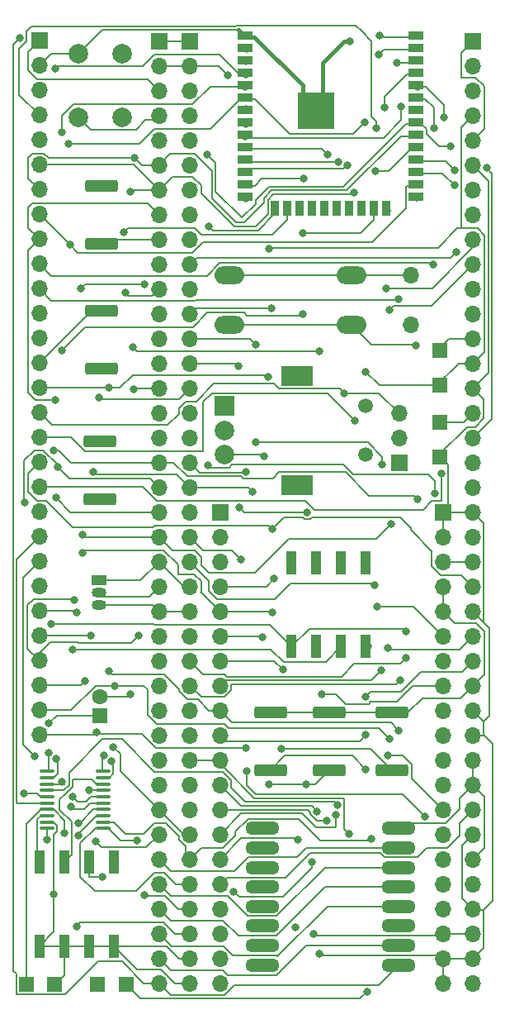
<source format=gtl>
G04 #@! TF.GenerationSoftware,KiCad,Pcbnew,7.0.7*
G04 #@! TF.CreationDate,2023-10-26T11:16:57-04:00*
G04 #@! TF.ProjectId,sensor_node,73656e73-6f72-45f6-9e6f-64652e6b6963,rev?*
G04 #@! TF.SameCoordinates,Original*
G04 #@! TF.FileFunction,Copper,L1,Top*
G04 #@! TF.FilePolarity,Positive*
%FSLAX46Y46*%
G04 Gerber Fmt 4.6, Leading zero omitted, Abs format (unit mm)*
G04 Created by KiCad (PCBNEW 7.0.7) date 2023-10-26 11:16:57*
%MOMM*%
%LPD*%
G01*
G04 APERTURE LIST*
G04 Aperture macros list*
%AMRoundRect*
0 Rectangle with rounded corners*
0 $1 Rounding radius*
0 $2 $3 $4 $5 $6 $7 $8 $9 X,Y pos of 4 corners*
0 Add a 4 corners polygon primitive as box body*
4,1,4,$2,$3,$4,$5,$6,$7,$8,$9,$2,$3,0*
0 Add four circle primitives for the rounded corners*
1,1,$1+$1,$2,$3*
1,1,$1+$1,$4,$5*
1,1,$1+$1,$6,$7*
1,1,$1+$1,$8,$9*
0 Add four rect primitives between the rounded corners*
20,1,$1+$1,$2,$3,$4,$5,0*
20,1,$1+$1,$4,$5,$6,$7,0*
20,1,$1+$1,$6,$7,$8,$9,0*
20,1,$1+$1,$8,$9,$2,$3,0*%
G04 Aperture macros list end*
G04 #@! TA.AperFunction,SMDPad,CuDef*
%ADD10RoundRect,0.250000X-1.425000X0.362500X-1.425000X-0.362500X1.425000X-0.362500X1.425000X0.362500X0*%
G04 #@! TD*
G04 #@! TA.AperFunction,ComponentPad*
%ADD11C,1.500000*%
G04 #@! TD*
G04 #@! TA.AperFunction,ComponentPad*
%ADD12R,2.000000X2.000000*%
G04 #@! TD*
G04 #@! TA.AperFunction,ComponentPad*
%ADD13C,2.000000*%
G04 #@! TD*
G04 #@! TA.AperFunction,ComponentPad*
%ADD14R,3.200000X2.000000*%
G04 #@! TD*
G04 #@! TA.AperFunction,ComponentPad*
%ADD15R,1.700000X1.700000*%
G04 #@! TD*
G04 #@! TA.AperFunction,ComponentPad*
%ADD16O,1.700000X1.700000*%
G04 #@! TD*
G04 #@! TA.AperFunction,ComponentPad*
%ADD17O,3.500000X1.350000*%
G04 #@! TD*
G04 #@! TA.AperFunction,SMDPad,CuDef*
%ADD18RoundRect,0.250000X1.425000X-0.362500X1.425000X0.362500X-1.425000X0.362500X-1.425000X-0.362500X0*%
G04 #@! TD*
G04 #@! TA.AperFunction,SMDPad,CuDef*
%ADD19RoundRect,0.100000X-0.637500X-0.100000X0.637500X-0.100000X0.637500X0.100000X-0.637500X0.100000X0*%
G04 #@! TD*
G04 #@! TA.AperFunction,SMDPad,CuDef*
%ADD20R,1.500000X0.900000*%
G04 #@! TD*
G04 #@! TA.AperFunction,SMDPad,CuDef*
%ADD21R,0.900000X1.500000*%
G04 #@! TD*
G04 #@! TA.AperFunction,SMDPad,CuDef*
%ADD22R,0.900000X0.900000*%
G04 #@! TD*
G04 #@! TA.AperFunction,HeatsinkPad*
%ADD23C,0.600000*%
G04 #@! TD*
G04 #@! TA.AperFunction,SMDPad,CuDef*
%ADD24R,3.800000X3.800000*%
G04 #@! TD*
G04 #@! TA.AperFunction,ComponentPad*
%ADD25R,1.600000X1.600000*%
G04 #@! TD*
G04 #@! TA.AperFunction,ComponentPad*
%ADD26C,1.600000*%
G04 #@! TD*
G04 #@! TA.AperFunction,SMDPad,CuDef*
%ADD27R,1.500000X1.500000*%
G04 #@! TD*
G04 #@! TA.AperFunction,SMDPad,CuDef*
%ADD28R,1.120000X2.440000*%
G04 #@! TD*
G04 #@! TA.AperFunction,ComponentPad*
%ADD29R,1.500000X1.050000*%
G04 #@! TD*
G04 #@! TA.AperFunction,ComponentPad*
%ADD30O,1.500000X1.050000*%
G04 #@! TD*
G04 #@! TA.AperFunction,ComponentPad*
%ADD31O,3.048000X1.850000*%
G04 #@! TD*
G04 #@! TA.AperFunction,ViaPad*
%ADD32C,0.800000*%
G04 #@! TD*
G04 #@! TA.AperFunction,Conductor*
%ADD33C,0.200000*%
G04 #@! TD*
G04 #@! TA.AperFunction,Conductor*
%ADD34C,0.150000*%
G04 #@! TD*
G04 #@! TA.AperFunction,Conductor*
%ADD35C,0.400000*%
G04 #@! TD*
G04 APERTURE END LIST*
D10*
X123222000Y-125038500D03*
X123222000Y-130963500D03*
D11*
X126982000Y-93676000D03*
X126982000Y-98676000D03*
D12*
X112482000Y-93676000D03*
D13*
X112482000Y-98676000D03*
X112482000Y-96176000D03*
D14*
X119982000Y-90576000D03*
X119982000Y-101776000D03*
D15*
X130407000Y-99526000D03*
D16*
X130407000Y-96986000D03*
X130407000Y-94446000D03*
D17*
X130382000Y-150951000D03*
X130382000Y-148951000D03*
X130382000Y-146951000D03*
X130382000Y-144951000D03*
X130382000Y-142951000D03*
X130382000Y-140951000D03*
X130382000Y-138951000D03*
X130382000Y-136951000D03*
X116388000Y-150951000D03*
X116388000Y-148951000D03*
X116388000Y-146951000D03*
X116388000Y-144951000D03*
X116388000Y-142951000D03*
X116388000Y-140951000D03*
X116388000Y-138951000D03*
X116388000Y-136951000D03*
D18*
X99682000Y-103226000D03*
X99682000Y-97301000D03*
D19*
X94319500Y-131101000D03*
X94319500Y-131751000D03*
X94319500Y-132401000D03*
X94319500Y-133051000D03*
X94319500Y-133701000D03*
X94319500Y-134351000D03*
X94319500Y-135001000D03*
X94319500Y-135651000D03*
X94319500Y-136301000D03*
X94319500Y-136951000D03*
X100044500Y-136951000D03*
X100044500Y-136301000D03*
X100044500Y-135651000D03*
X100044500Y-135001000D03*
X100044500Y-134351000D03*
X100044500Y-133701000D03*
X100044500Y-133051000D03*
X100044500Y-132401000D03*
X100044500Y-131751000D03*
X100044500Y-131101000D03*
D10*
X117222000Y-125038500D03*
X117222000Y-130963500D03*
D20*
X114652000Y-55700000D03*
X114652000Y-56970000D03*
X114652000Y-58240000D03*
X114652000Y-59510000D03*
X114652000Y-60780000D03*
X114652000Y-62050000D03*
X114652000Y-63320000D03*
X114652000Y-64590000D03*
X114652000Y-65860000D03*
X114652000Y-67130000D03*
X114652000Y-68400000D03*
X114652000Y-69670000D03*
X114652000Y-70940000D03*
X114652000Y-72210000D03*
D21*
X117692000Y-73460000D03*
X118962000Y-73460000D03*
X120232000Y-73460000D03*
X121502000Y-73460000D03*
X122772000Y-73460000D03*
X124042000Y-73460000D03*
X125312000Y-73460000D03*
X126582000Y-73460000D03*
X127852000Y-73460000D03*
X129122000Y-73460000D03*
D20*
X132152000Y-72210000D03*
X132152000Y-70940000D03*
X132152000Y-69670000D03*
X132152000Y-68400000D03*
X132152000Y-67130000D03*
X132152000Y-65860000D03*
X132152000Y-64590000D03*
X132152000Y-63320000D03*
X132152000Y-62050000D03*
X132152000Y-60780000D03*
X132152000Y-59510000D03*
X132152000Y-58240000D03*
X132152000Y-56970000D03*
X132152000Y-55700000D03*
D22*
X120502000Y-62020000D03*
D23*
X120502000Y-62720000D03*
D22*
X120502000Y-63420000D03*
D23*
X120502000Y-64120000D03*
D22*
X120502000Y-64820000D03*
D23*
X121202000Y-62020000D03*
X121202000Y-63420000D03*
X121202000Y-64820000D03*
X121877000Y-62720000D03*
X121877000Y-64120000D03*
D22*
X121902000Y-62020000D03*
X121902000Y-63420000D03*
D24*
X121902000Y-63420000D03*
D22*
X121902000Y-64820000D03*
D23*
X122602000Y-62020000D03*
X122602000Y-63420000D03*
X122602000Y-64820000D03*
D22*
X123302000Y-62020000D03*
D23*
X123302000Y-62720000D03*
D22*
X123302000Y-63420000D03*
D23*
X123302000Y-64120000D03*
D22*
X123302000Y-64820000D03*
D15*
X108957000Y-56326000D03*
D16*
X108957000Y-58866000D03*
X108957000Y-61406000D03*
X108957000Y-63946000D03*
X108957000Y-66486000D03*
X108957000Y-69026000D03*
X108957000Y-71566000D03*
X108957000Y-74106000D03*
X108957000Y-76646000D03*
X108957000Y-79186000D03*
X108957000Y-81726000D03*
X108957000Y-84266000D03*
X108957000Y-86806000D03*
X108957000Y-89346000D03*
X108957000Y-91886000D03*
X108957000Y-94426000D03*
X108957000Y-96966000D03*
X108957000Y-99506000D03*
X108957000Y-102046000D03*
X108957000Y-104586000D03*
X108957000Y-107126000D03*
X108957000Y-109666000D03*
X108957000Y-112206000D03*
X108957000Y-114746000D03*
X108957000Y-117286000D03*
X108957000Y-119826000D03*
X108957000Y-122366000D03*
X108957000Y-124906000D03*
X108957000Y-127446000D03*
X108957000Y-129986000D03*
X108957000Y-132526000D03*
X108957000Y-135066000D03*
X108957000Y-137606000D03*
X108957000Y-140146000D03*
X108957000Y-142686000D03*
X108957000Y-145226000D03*
X108957000Y-147766000D03*
X108957000Y-150306000D03*
X108957000Y-152846000D03*
D15*
X137982000Y-56326000D03*
D16*
X137982000Y-58866000D03*
X137982000Y-61406000D03*
X137982000Y-63946000D03*
X137982000Y-66486000D03*
X137982000Y-69026000D03*
X137982000Y-71566000D03*
X137982000Y-74106000D03*
X137982000Y-76646000D03*
X137982000Y-79186000D03*
X137982000Y-81726000D03*
X137982000Y-84266000D03*
X137982000Y-86806000D03*
X137982000Y-89346000D03*
X137982000Y-91886000D03*
X137982000Y-94426000D03*
X137982000Y-96966000D03*
X137982000Y-99506000D03*
X137982000Y-102046000D03*
X137982000Y-104586000D03*
X137982000Y-107126000D03*
X137982000Y-109666000D03*
X137982000Y-112206000D03*
X137982000Y-114746000D03*
X137982000Y-117286000D03*
X137982000Y-119826000D03*
X137982000Y-122366000D03*
X137982000Y-124906000D03*
X137982000Y-127446000D03*
X137982000Y-129986000D03*
X137982000Y-132526000D03*
X137982000Y-135066000D03*
X137982000Y-137606000D03*
X137982000Y-140146000D03*
X137982000Y-142686000D03*
X137982000Y-145226000D03*
X137982000Y-147766000D03*
X137982000Y-150306000D03*
X137982000Y-152846000D03*
D10*
X99882000Y-71163500D03*
X99882000Y-77088500D03*
D18*
X129722000Y-131013500D03*
X129722000Y-125088500D03*
D25*
X99732000Y-125431113D03*
D26*
X99732000Y-123431113D03*
D27*
X134600000Y-88026000D03*
D15*
X105782000Y-56300000D03*
D16*
X105782000Y-58840000D03*
X105782000Y-61380000D03*
X105782000Y-63920000D03*
X105782000Y-66460000D03*
X105782000Y-69000000D03*
X105782000Y-71540000D03*
X105782000Y-74080000D03*
X105782000Y-76620000D03*
X105782000Y-79160000D03*
X105782000Y-81700000D03*
X105782000Y-84240000D03*
X105782000Y-86780000D03*
X105782000Y-89320000D03*
X105782000Y-91860000D03*
X105782000Y-94400000D03*
X105782000Y-96940000D03*
X105782000Y-99480000D03*
X105782000Y-102020000D03*
X105782000Y-104560000D03*
X105782000Y-107100000D03*
X105782000Y-109640000D03*
X105782000Y-112180000D03*
X105782000Y-114720000D03*
X105782000Y-117260000D03*
X105782000Y-119800000D03*
X105782000Y-122340000D03*
X105782000Y-124880000D03*
X105782000Y-127420000D03*
X105782000Y-129960000D03*
X105782000Y-132500000D03*
X105782000Y-135040000D03*
X105782000Y-137580000D03*
X105782000Y-140120000D03*
X105782000Y-142660000D03*
X105782000Y-145200000D03*
X105782000Y-147740000D03*
X105782000Y-150280000D03*
X105782000Y-152820000D03*
D18*
X99882000Y-89888500D03*
X99882000Y-83963500D03*
D13*
X97532000Y-64076000D03*
X97532000Y-57576000D03*
X102032000Y-64076000D03*
X102032000Y-57576000D03*
D27*
X134600000Y-91576000D03*
D15*
X93500000Y-56276000D03*
D16*
X93500000Y-58816000D03*
X93500000Y-61356000D03*
X93500000Y-63896000D03*
X93500000Y-66436000D03*
X93500000Y-68976000D03*
X93500000Y-71516000D03*
X93500000Y-74056000D03*
X93500000Y-76596000D03*
X93500000Y-79136000D03*
X93500000Y-81676000D03*
X93500000Y-84216000D03*
X93500000Y-86756000D03*
X93500000Y-89296000D03*
X93500000Y-91836000D03*
X93500000Y-94376000D03*
X93500000Y-96916000D03*
X93500000Y-99456000D03*
X93500000Y-101996000D03*
X93500000Y-104536000D03*
X93500000Y-107076000D03*
X93500000Y-109616000D03*
X93500000Y-112156000D03*
X93500000Y-114696000D03*
X93500000Y-117236000D03*
X93500000Y-119776000D03*
X93500000Y-122316000D03*
X93500000Y-124856000D03*
X93500000Y-127396000D03*
D27*
X95082000Y-152926000D03*
X134600000Y-98876000D03*
D28*
X127002000Y-109726000D03*
X124462000Y-109726000D03*
X121922000Y-109726000D03*
X119382000Y-109726000D03*
X119382000Y-118336000D03*
X121922000Y-118336000D03*
X124462000Y-118336000D03*
X127002000Y-118336000D03*
D27*
X134600000Y-95326000D03*
D15*
X112047000Y-104566000D03*
D16*
X112047000Y-107106000D03*
X112047000Y-109646000D03*
X112047000Y-112186000D03*
X112047000Y-114726000D03*
X112047000Y-117266000D03*
X112047000Y-119806000D03*
X112047000Y-122346000D03*
X112047000Y-124886000D03*
X112047000Y-127426000D03*
X112047000Y-129966000D03*
X112047000Y-132506000D03*
X112047000Y-135046000D03*
X112047000Y-137586000D03*
X112047000Y-140126000D03*
X112047000Y-142666000D03*
X112047000Y-145206000D03*
X112047000Y-147746000D03*
X112047000Y-150286000D03*
X112047000Y-152826000D03*
D15*
X134907000Y-104566000D03*
D16*
X134907000Y-107106000D03*
X134907000Y-109646000D03*
X134907000Y-112186000D03*
X134907000Y-114726000D03*
X134907000Y-117266000D03*
X134907000Y-119806000D03*
X134907000Y-122346000D03*
X134907000Y-124886000D03*
X134907000Y-127426000D03*
X134907000Y-129966000D03*
X134907000Y-132506000D03*
X134907000Y-135046000D03*
X134907000Y-137586000D03*
X134907000Y-140126000D03*
X134907000Y-142666000D03*
X134907000Y-145206000D03*
X134907000Y-147746000D03*
X134907000Y-150286000D03*
X134907000Y-152826000D03*
D27*
X92182000Y-152926000D03*
D29*
X99600000Y-111560000D03*
D30*
X99600000Y-112830000D03*
X99600000Y-114100000D03*
D28*
X93490000Y-149031000D03*
X96030000Y-149031000D03*
X98570000Y-149031000D03*
X101110000Y-149031000D03*
X101110000Y-140421000D03*
X98570000Y-140421000D03*
X96030000Y-140421000D03*
X93490000Y-140421000D03*
D16*
X131622000Y-85366000D03*
X131622000Y-80286000D03*
D27*
X102382000Y-152926000D03*
X99482000Y-152926000D03*
D31*
X113032000Y-80326000D03*
X125532000Y-80326000D03*
X113032000Y-85326000D03*
X125532000Y-85326000D03*
D32*
X131099500Y-116800000D03*
X95400000Y-99900000D03*
X94700000Y-116000000D03*
X94500000Y-129200000D03*
X92000000Y-103600000D03*
X91500000Y-56000000D03*
X99882000Y-71163500D03*
X95000000Y-98200000D03*
X132300000Y-103200000D03*
X128100000Y-65200000D03*
X128000000Y-69600000D03*
X102800000Y-71700000D03*
X122500500Y-123200000D03*
X122200000Y-88100000D03*
X128300000Y-57700000D03*
X103100000Y-87665686D03*
X125800000Y-71800000D03*
X110838673Y-99761327D03*
X134100500Y-102600000D03*
X103302233Y-68281590D03*
X97900500Y-106900000D03*
X129300000Y-129500000D03*
X129600500Y-105799500D03*
X96622000Y-77178000D03*
X117222000Y-130963500D03*
X117382500Y-114800000D03*
X127000500Y-130900000D03*
X95100000Y-59100000D03*
X114700000Y-59700000D03*
X97900500Y-108700000D03*
X95800000Y-65600000D03*
X117100000Y-132400000D03*
X104300000Y-143800000D03*
X116399500Y-117400000D03*
X120900000Y-132400000D03*
X121500000Y-140400000D03*
X113459051Y-143440949D03*
X114652000Y-60946000D03*
X99882000Y-83963500D03*
X126900000Y-64600000D03*
X128600000Y-120799500D03*
X96500000Y-66800000D03*
X129100000Y-81600000D03*
X114700000Y-63300000D03*
X100600000Y-91836000D03*
X116982500Y-90700000D03*
X99682000Y-97301000D03*
X100600000Y-120800000D03*
X130400000Y-126900000D03*
X127200000Y-118300000D03*
X124100500Y-134600000D03*
X129439597Y-83839597D03*
X124800000Y-92376000D03*
X125900000Y-95200000D03*
X128199500Y-114200000D03*
X130200000Y-58500000D03*
X114700000Y-72400000D03*
X117400500Y-106300000D03*
X91899500Y-133400000D03*
X94300000Y-138100000D03*
X93049500Y-129600000D03*
X97500000Y-137700000D03*
X125400000Y-56300500D03*
X95000000Y-143700000D03*
X99300500Y-138300000D03*
X122200000Y-149800000D03*
X128400000Y-55700000D03*
X102800000Y-123200000D03*
X114700500Y-100400000D03*
X113900000Y-89600000D03*
X110900000Y-75300000D03*
X103200500Y-92000000D03*
X102300000Y-82100000D03*
X97499500Y-136412533D03*
X97300000Y-114800000D03*
X98800000Y-117200000D03*
X96788105Y-134711895D03*
X120500000Y-84300000D03*
X97100000Y-113600000D03*
X114800000Y-131100000D03*
X120500000Y-76000000D03*
X133100000Y-135736500D03*
X95792622Y-87992622D03*
X103700000Y-117200000D03*
X97800000Y-81600000D03*
X104300000Y-81200000D03*
X98200000Y-121900000D03*
X96900000Y-133700000D03*
X102200000Y-75900000D03*
X101200000Y-122331113D03*
X129400000Y-127800000D03*
X98589035Y-133001500D03*
X99395397Y-127084641D03*
X116582495Y-98800000D03*
X114700000Y-128700000D03*
X101100000Y-140400000D03*
X100094897Y-129500000D03*
X100000000Y-141941000D03*
X100900000Y-130100000D03*
X123000000Y-136176201D03*
X124462000Y-109726000D03*
X124155378Y-68655378D03*
X123100000Y-67900000D03*
X122000000Y-135200000D03*
X121922000Y-109726000D03*
X119382000Y-109726000D03*
X120000000Y-138100000D03*
X120600000Y-70400000D03*
X114000000Y-104100000D03*
X95258879Y-129850468D03*
X121922000Y-118336000D03*
X121000000Y-104600000D03*
X95200000Y-103100000D03*
X95100000Y-93100000D03*
X95847601Y-132198809D03*
X96900000Y-118600000D03*
X114700000Y-58400000D03*
X129500000Y-131000000D03*
X118300000Y-128800000D03*
X118500000Y-120700500D03*
X127000000Y-127399500D03*
X117100000Y-77599500D03*
X127000000Y-123500000D03*
X112800000Y-59800000D03*
X127900000Y-112000000D03*
X127000000Y-90200000D03*
X117300000Y-83700000D03*
X99500000Y-153100000D03*
X114700000Y-64800000D03*
X125300000Y-137500000D03*
X114200000Y-109400000D03*
X114652000Y-66026000D03*
X127100000Y-153700000D03*
X115700500Y-87400000D03*
X129299500Y-118500000D03*
X134504000Y-87804000D03*
X128700000Y-99700000D03*
X115700500Y-97400000D03*
X130600000Y-63000000D03*
X110700000Y-67900000D03*
X135700000Y-67100000D03*
X136132500Y-69500000D03*
X139401160Y-69321030D03*
X136132500Y-71100000D03*
X103500000Y-138225500D03*
X132200000Y-72300000D03*
X131099500Y-119500000D03*
X127599500Y-138000000D03*
X130500000Y-121800000D03*
X129200000Y-73700000D03*
X133899500Y-79200000D03*
X132300000Y-61000000D03*
X134999025Y-64073075D03*
X128900000Y-63100000D03*
X130400000Y-82700500D03*
X127002000Y-109726000D03*
X123906851Y-135606851D03*
X125089858Y-69009995D03*
X97300000Y-147000000D03*
X114800000Y-57100000D03*
X101100000Y-128600000D03*
X94500000Y-126200000D03*
X99882000Y-77088500D03*
X119750000Y-147050000D03*
X99600000Y-92800000D03*
X92182000Y-152926000D03*
X99682000Y-103226000D03*
X115349500Y-102500500D03*
X99000000Y-100400500D03*
X96100000Y-137400000D03*
X121600000Y-147800000D03*
X99882000Y-89888500D03*
X117222000Y-125038500D03*
X117600000Y-111400000D03*
X134000000Y-65200000D03*
X134733000Y-100600000D03*
X132101795Y-87501795D03*
X136300500Y-77916245D03*
D33*
X91950000Y-99250000D02*
X93000000Y-98200000D01*
X105215654Y-116000000D02*
X105315654Y-116100000D01*
X96600000Y-101100000D02*
X104862000Y-101100000D01*
X93900000Y-98200000D02*
X95400000Y-99700000D01*
X92000000Y-103600000D02*
X91950000Y-103550000D01*
X94500000Y-130920500D02*
X94319500Y-131101000D01*
X130799500Y-116500000D02*
X121218000Y-116500000D01*
X121218000Y-116500000D02*
X119382000Y-118336000D01*
X91950000Y-103550000D02*
X91950000Y-99250000D01*
X105315654Y-116100000D02*
X117146000Y-116100000D01*
X94700000Y-116000000D02*
X105215654Y-116000000D01*
X93000000Y-98200000D02*
X93900000Y-98200000D01*
X117146000Y-116100000D02*
X119382000Y-118336000D01*
X95400000Y-99700000D02*
X95400000Y-99900000D01*
X94500000Y-129200000D02*
X94500000Y-130920500D01*
X131099500Y-116800000D02*
X130799500Y-116500000D01*
X95400000Y-99900000D02*
X96600000Y-101100000D01*
X104862000Y-101100000D02*
X105782000Y-102020000D01*
X105782000Y-152820000D02*
X104239000Y-152820000D01*
X130382000Y-150951000D02*
X128333000Y-153000000D01*
X99557000Y-150551000D02*
X96132000Y-153976000D01*
X106958000Y-153996000D02*
X105782000Y-152820000D01*
X112503346Y-153996000D02*
X106958000Y-153996000D01*
X90800000Y-151536000D02*
X90800000Y-56700000D01*
X91132000Y-151868000D02*
X90800000Y-151536000D01*
X104239000Y-152820000D02*
X101970000Y-150551000D01*
X113499346Y-153000000D02*
X112503346Y-153996000D01*
X101970000Y-150551000D02*
X99557000Y-150551000D01*
X91132000Y-153976000D02*
X91132000Y-151868000D01*
X128333000Y-153000000D02*
X113499346Y-153000000D01*
X90800000Y-56700000D02*
X91500000Y-56000000D01*
X96132000Y-153976000D02*
X91132000Y-153976000D01*
X119916858Y-139926000D02*
X114909142Y-139926000D01*
X120891858Y-138951000D02*
X119916858Y-139926000D01*
X106962000Y-141300000D02*
X105782000Y-140120000D01*
X114909142Y-139926000D02*
X113535142Y-141300000D01*
X113535142Y-141300000D02*
X106962000Y-141300000D01*
X130382000Y-138951000D02*
X120891858Y-138951000D01*
X112833142Y-143900000D02*
X107022000Y-143900000D01*
X122849000Y-140951000D02*
X117860327Y-145939673D01*
X117860327Y-145939673D02*
X114872815Y-145939673D01*
X114872815Y-145939673D02*
X112833142Y-143900000D01*
X107022000Y-143900000D02*
X105782000Y-142660000D01*
X130982000Y-140951000D02*
X122849000Y-140951000D01*
X92200000Y-56289950D02*
X92200000Y-55276000D01*
X125975000Y-54675000D02*
X126550000Y-55250000D01*
X127344364Y-102900000D02*
X124920364Y-100476000D01*
X95500000Y-98200000D02*
X96780000Y-99480000D01*
X132000000Y-102900000D02*
X132300000Y-103200000D01*
X117458000Y-101100000D02*
X114400000Y-101100000D01*
X108696000Y-100896000D02*
X107280000Y-99480000D01*
X127600000Y-56300000D02*
X127600000Y-64000000D01*
X114196000Y-100896000D02*
X108696000Y-100896000D01*
X131622000Y-67296000D02*
X132152000Y-67296000D01*
X128100000Y-64500000D02*
X128100000Y-65200000D01*
X118082000Y-100476000D02*
X117458000Y-101100000D01*
X95000000Y-98200000D02*
X95500000Y-98200000D01*
X128000000Y-69600000D02*
X129318000Y-69600000D01*
X124920364Y-100476000D02*
X118082000Y-100476000D01*
X126550000Y-55250000D02*
X127600000Y-56300000D01*
X107280000Y-99480000D02*
X105782000Y-99480000D01*
X92200000Y-55276000D02*
X92676000Y-54800000D01*
X126550000Y-55250000D02*
X126600000Y-55300000D01*
X129318000Y-69600000D02*
X131622000Y-67296000D01*
X113628894Y-54800000D02*
X113753894Y-54675000D01*
X93500000Y-63896000D02*
X91400500Y-61796500D01*
X127800000Y-69600000D02*
X128000000Y-69600000D01*
X127600000Y-64000000D02*
X128100000Y-64500000D01*
X130900500Y-102900000D02*
X132000000Y-102900000D01*
X96780000Y-99480000D02*
X105782000Y-99480000D01*
X92676000Y-54800000D02*
X113628894Y-54800000D01*
X91400500Y-57089450D02*
X92200000Y-56289950D01*
X114400000Y-101100000D02*
X114196000Y-100896000D01*
X91400500Y-61796500D02*
X91400500Y-57089450D01*
X130900500Y-102900000D02*
X127344364Y-102900000D01*
X113753894Y-54675000D02*
X125975000Y-54675000D01*
X107122000Y-70200000D02*
X105782000Y-71540000D01*
X125600000Y-72000000D02*
X117518000Y-72000000D01*
X131819686Y-122346000D02*
X130165686Y-124000000D01*
X103534314Y-88100000D02*
X122200000Y-88100000D01*
X113500000Y-75300000D02*
X110107000Y-71907000D01*
X103218000Y-68976000D02*
X93500000Y-68976000D01*
X102800000Y-71700000D02*
X102960000Y-71540000D01*
X125800000Y-71800000D02*
X125600000Y-72000000D01*
X128300000Y-57700000D02*
X128864000Y-57136000D01*
X116942000Y-72576000D02*
X116942000Y-74058000D01*
X127289950Y-124200000D02*
X124948817Y-124200000D01*
X109217346Y-70200000D02*
X107122000Y-70200000D01*
X116942000Y-74058000D02*
X115700000Y-75300000D01*
X123948817Y-123200000D02*
X122500500Y-123200000D01*
X134907000Y-122346000D02*
X131819686Y-122346000D01*
X110107000Y-71907000D02*
X110107000Y-71089654D01*
X124948817Y-124200000D02*
X123948817Y-123200000D01*
X102960000Y-71540000D02*
X105782000Y-71540000D01*
X130165686Y-124000000D02*
X127489950Y-124000000D01*
X115700000Y-75300000D02*
X113500000Y-75300000D01*
X127489950Y-124000000D02*
X127289950Y-124200000D01*
X103100000Y-87665686D02*
X103534314Y-88100000D01*
X105782000Y-71540000D02*
X103218000Y-68976000D01*
X128864000Y-57136000D02*
X132152000Y-57136000D01*
X117518000Y-72000000D02*
X116942000Y-72576000D01*
X110107000Y-71089654D02*
X109217346Y-70200000D01*
X93500000Y-71516000D02*
X92350000Y-70366000D01*
X94431936Y-68281590D02*
X103302233Y-68281590D01*
X105782000Y-69000000D02*
X104020643Y-69000000D01*
X124710050Y-99700000D02*
X113296478Y-99700000D01*
X133376000Y-100676000D02*
X125686050Y-100676000D01*
X116542000Y-72858000D02*
X116542000Y-72410314D01*
X92783654Y-67826000D02*
X93976346Y-67826000D01*
X117352315Y-71600000D02*
X125010050Y-71600000D01*
X113665686Y-74900000D02*
X114500000Y-74900000D01*
X113296478Y-99700000D02*
X113020478Y-99976000D01*
X92350000Y-68259654D02*
X92783654Y-67826000D01*
X125686050Y-100676000D02*
X124710050Y-99700000D01*
X105782000Y-69000000D02*
X106906000Y-67876000D01*
X111200000Y-72434314D02*
X113665686Y-74900000D01*
X104020643Y-69000000D02*
X103302233Y-68281590D01*
X93976346Y-67826000D02*
X94431936Y-68281590D01*
X114500000Y-74900000D02*
X116542000Y-72858000D01*
X130584050Y-66026000D02*
X132152000Y-66026000D01*
X134100500Y-101400500D02*
X133376000Y-100676000D01*
X111200000Y-69600000D02*
X111200000Y-72434314D01*
X116542000Y-72410314D02*
X117352315Y-71600000D01*
X134100500Y-102600000D02*
X134100500Y-101400500D01*
X111053346Y-99976000D02*
X110838673Y-99761327D01*
X109476000Y-67876000D02*
X111200000Y-69600000D01*
X106906000Y-67876000D02*
X109476000Y-67876000D01*
X92350000Y-70366000D02*
X92350000Y-68259654D01*
X125010050Y-71600000D02*
X130584050Y-66026000D01*
X113020478Y-99976000D02*
X111053346Y-99976000D01*
X110329346Y-76900000D02*
X127648000Y-76900000D01*
X98100500Y-107100000D02*
X105782000Y-107100000D01*
X111492000Y-110800000D02*
X110900000Y-110800000D01*
X97900500Y-106900000D02*
X98100500Y-107100000D01*
X110900000Y-110800000D02*
X110107000Y-110007000D01*
X109433346Y-108516000D02*
X107198000Y-108516000D01*
X131697000Y-130423183D02*
X131697000Y-131836000D01*
X115604000Y-110796000D02*
X111496000Y-110796000D01*
X110107000Y-110007000D02*
X110107000Y-109189654D01*
X96622000Y-77178000D02*
X97445000Y-78001000D01*
X130773817Y-129500000D02*
X131697000Y-130423183D01*
X128087378Y-107312622D02*
X119087378Y-107312622D01*
X131100000Y-73448000D02*
X131100000Y-71208000D01*
X110107000Y-109189654D02*
X109433346Y-108516000D01*
X107198000Y-108516000D02*
X105782000Y-107100000D01*
X97445000Y-78001000D02*
X109228346Y-78001000D01*
X119087378Y-107312622D02*
X115604000Y-110796000D01*
X93500000Y-74056000D02*
X96622000Y-77178000D01*
X131697000Y-131836000D02*
X134907000Y-135046000D01*
X129600500Y-105799500D02*
X128087378Y-107312622D01*
X131202000Y-71106000D02*
X132152000Y-71106000D01*
X127648000Y-76900000D02*
X131100000Y-73448000D01*
X111496000Y-110796000D02*
X111492000Y-110800000D01*
X109228346Y-78001000D02*
X110329346Y-76900000D01*
X131100000Y-71208000D02*
X131202000Y-71106000D01*
X129300000Y-129500000D02*
X130773817Y-129500000D01*
X104095654Y-58900000D02*
X105305654Y-57690000D01*
X97900500Y-108700000D02*
X98110500Y-108490000D01*
X112047000Y-114726000D02*
X116526000Y-114726000D01*
X114652000Y-59676000D02*
X114676000Y-59676000D01*
X117308500Y-114726000D02*
X117382500Y-114800000D01*
X110107000Y-111607000D02*
X110107000Y-112682346D01*
X107715654Y-110900000D02*
X109400000Y-110900000D01*
X111990000Y-57690000D02*
X113976000Y-59676000D01*
X106258346Y-108490000D02*
X107715654Y-109947308D01*
X109400000Y-110900000D02*
X110107000Y-111607000D01*
X116526000Y-114726000D02*
X117308500Y-114726000D01*
X114676000Y-59676000D02*
X114700000Y-59700000D01*
X127000500Y-130900000D02*
X125600500Y-129500000D01*
X125600500Y-129500000D02*
X118685500Y-129500000D01*
X98110500Y-108490000D02*
X106258346Y-108490000D01*
X110055173Y-112734173D02*
X112047000Y-114726000D01*
X113976000Y-59676000D02*
X114652000Y-59676000D01*
X105305654Y-57690000D02*
X111990000Y-57690000D01*
X95300000Y-58900000D02*
X104095654Y-58900000D01*
X95100000Y-59100000D02*
X95300000Y-58900000D01*
X110107000Y-112682346D02*
X110055173Y-112734173D01*
X107715654Y-109947308D02*
X107715654Y-110900000D01*
X118685500Y-129500000D02*
X117222000Y-130963500D01*
X111043346Y-60946000D02*
X109219346Y-62770000D01*
X121600000Y-140500000D02*
X121500000Y-140400000D01*
X121500000Y-141000000D02*
X121500000Y-140400000D01*
X109219346Y-62770000D02*
X100676478Y-62770000D01*
X106375714Y-143846795D02*
X104346795Y-143846795D01*
X121785500Y-132400000D02*
X123222000Y-130963500D01*
X108957000Y-145226000D02*
X107754919Y-145226000D01*
X107754919Y-145226000D02*
X106375714Y-143846795D01*
X114652000Y-60946000D02*
X111043346Y-60946000D01*
X120900000Y-132400000D02*
X121785500Y-132400000D01*
X95800000Y-63969522D02*
X95800000Y-65600000D01*
X117100000Y-132400000D02*
X120900000Y-132400000D01*
X100670478Y-62776000D02*
X96993522Y-62776000D01*
X96993522Y-62776000D02*
X95800000Y-63969522D01*
X104346795Y-143846795D02*
X104300000Y-143800000D01*
X116399500Y-117400000D02*
X116265500Y-117266000D01*
X100676478Y-62770000D02*
X100670478Y-62776000D01*
X113459051Y-143440949D02*
X113994102Y-143976000D01*
X116265500Y-117266000D02*
X112047000Y-117266000D01*
X118524000Y-143976000D02*
X121500000Y-141000000D01*
X113994102Y-143976000D02*
X118524000Y-143976000D01*
X98832500Y-83963500D02*
X99882000Y-83963500D01*
X126900000Y-64600000D02*
X125700000Y-65800000D01*
X114652000Y-62216000D02*
X114122000Y-62216000D01*
X105290000Y-65310000D02*
X103800000Y-66800000D01*
X114122000Y-62216000D02*
X111028000Y-65310000D01*
X111028000Y-65310000D02*
X105290000Y-65310000D01*
X127599500Y-121800000D02*
X128600000Y-120799500D01*
X112047000Y-122346000D02*
X112593000Y-121800000D01*
X133800000Y-81600000D02*
X137982000Y-77418000D01*
X119186000Y-65800000D02*
X115602000Y-62216000D01*
X128900000Y-81600000D02*
X133800000Y-81600000D01*
X112593000Y-121800000D02*
X127599500Y-121800000D01*
X125700000Y-65800000D02*
X119186000Y-65800000D01*
X137982000Y-77418000D02*
X137982000Y-76646000D01*
X103800000Y-66800000D02*
X96500000Y-66800000D01*
X115602000Y-62216000D02*
X114652000Y-62216000D01*
X93500000Y-89296000D02*
X98832500Y-83963500D01*
X100600000Y-120800000D02*
X100990000Y-121190000D01*
X116778500Y-90496000D02*
X103054817Y-90496000D01*
X107807000Y-122842346D02*
X108701997Y-123737343D01*
X101714817Y-91836000D02*
X100600000Y-91836000D01*
X129600000Y-126100000D02*
X113261000Y-126100000D01*
X109762657Y-123737343D02*
X110911314Y-124886000D01*
X108701997Y-123737343D02*
X109762657Y-123737343D01*
X110911314Y-124886000D02*
X112047000Y-124886000D01*
X130400000Y-126900000D02*
X129600000Y-126100000D01*
X114652000Y-63348000D02*
X114700000Y-63300000D01*
X103054817Y-90496000D02*
X101714817Y-91836000D01*
X100990000Y-121190000D02*
X106297000Y-121190000D01*
X116982500Y-90700000D02*
X116778500Y-90496000D01*
X100600000Y-91836000D02*
X93500000Y-91836000D01*
X113261000Y-126100000D02*
X112047000Y-124886000D01*
X107807000Y-122700000D02*
X107807000Y-122842346D01*
X106297000Y-121190000D02*
X107807000Y-122700000D01*
X114652000Y-63486000D02*
X114652000Y-63348000D01*
X106662478Y-95637522D02*
X94761522Y-95637522D01*
X127002000Y-118336000D02*
X127164000Y-118336000D01*
X95985360Y-133051000D02*
X94319500Y-133051000D01*
X96547601Y-131252399D02*
X96547601Y-132488759D01*
X109600000Y-93200000D02*
X108556654Y-93200000D01*
X112303346Y-131136000D02*
X105331654Y-131136000D01*
X117606000Y-91400000D02*
X111400000Y-91400000D01*
X113197000Y-132797000D02*
X113197000Y-132029654D01*
X107807000Y-94493000D02*
X106662478Y-95637522D01*
X129879194Y-83400000D02*
X133768000Y-83400000D01*
X127164000Y-118336000D02*
X127200000Y-118300000D01*
X114646000Y-134246000D02*
X113197000Y-132797000D01*
X107807000Y-93949654D02*
X107807000Y-94493000D01*
X111400000Y-91400000D02*
X109600000Y-93200000D01*
X129439597Y-83839597D02*
X129879194Y-83400000D01*
X124400000Y-91900000D02*
X124376000Y-91876000D01*
X133768000Y-83400000D02*
X137982000Y-79186000D01*
X124400000Y-91976000D02*
X124400000Y-91900000D01*
X100000000Y-127800000D02*
X96547601Y-131252399D01*
X113197000Y-132029654D02*
X112303346Y-131136000D01*
X123746500Y-134246000D02*
X114646000Y-134246000D01*
X96547601Y-132488759D02*
X95985360Y-133051000D01*
X94761522Y-95637522D02*
X93500000Y-94376000D01*
X124376000Y-91876000D02*
X118082000Y-91876000D01*
X128337000Y-92376000D02*
X130407000Y-94446000D01*
X124800000Y-92376000D02*
X124400000Y-91976000D01*
X124100500Y-134600000D02*
X123746500Y-134246000D01*
X118082000Y-91876000D02*
X117606000Y-91400000D01*
X105331654Y-131136000D02*
X101995654Y-127800000D01*
X101995654Y-127800000D02*
X100000000Y-127800000D01*
X108556654Y-93200000D02*
X107807000Y-93949654D01*
X124800000Y-92376000D02*
X128337000Y-92376000D01*
X130382000Y-148951000D02*
X120841858Y-148951000D01*
X117816531Y-151976327D02*
X112823673Y-151976327D01*
X120841858Y-148951000D02*
X117816531Y-151976327D01*
X112347346Y-151500000D02*
X107002000Y-151500000D01*
X107002000Y-151500000D02*
X105782000Y-150280000D01*
X112823673Y-151976327D02*
X112347346Y-151500000D01*
X117866858Y-149976000D02*
X113363346Y-149976000D01*
X130382000Y-144951000D02*
X123049000Y-144951000D01*
X123049000Y-144951000D02*
X117945429Y-150054571D01*
X112387346Y-149000000D02*
X107042000Y-149000000D01*
X107042000Y-149000000D02*
X105782000Y-147740000D01*
X117945429Y-150054571D02*
X117866858Y-149976000D01*
X113363346Y-149976000D02*
X112387346Y-149000000D01*
X122841858Y-142951000D02*
X117816858Y-147976000D01*
X106982000Y-146400000D02*
X105782000Y-145200000D01*
X130382000Y-142951000D02*
X122841858Y-142951000D01*
X112327346Y-146400000D02*
X106982000Y-146400000D01*
X117816858Y-147976000D02*
X113903346Y-147976000D01*
X113903346Y-147976000D02*
X112327346Y-146400000D01*
X130200000Y-58500000D02*
X132058000Y-58500000D01*
X132058000Y-58500000D02*
X132152000Y-58406000D01*
X110297522Y-98330000D02*
X110297522Y-93260478D01*
X98145683Y-98330000D02*
X96731683Y-96916000D01*
X128199500Y-114200000D02*
X131841000Y-114200000D01*
X96731683Y-96916000D02*
X93500000Y-96916000D01*
X123076000Y-92376000D02*
X125900000Y-95200000D01*
X111182000Y-92376000D02*
X123076000Y-92376000D01*
X110297522Y-98330000D02*
X98145683Y-98330000D01*
X110297522Y-93260478D02*
X111182000Y-92376000D01*
X131841000Y-114200000D02*
X134907000Y-117266000D01*
X130500000Y-105100000D02*
X131600000Y-106200000D01*
X118800000Y-142000000D02*
X117890858Y-142000000D01*
X136612000Y-136436000D02*
X136612000Y-137688000D01*
X117890858Y-142000000D02*
X117866858Y-141976000D01*
X121489950Y-105100000D02*
X130500000Y-105100000D01*
X136612000Y-137688000D02*
X135324000Y-138976000D01*
X135324000Y-138976000D02*
X133224000Y-138976000D01*
X93263654Y-103386000D02*
X92350000Y-102472346D01*
X131600000Y-106200000D02*
X131600000Y-106400000D01*
X134670654Y-111036000D02*
X136812000Y-111036000D01*
X105127827Y-106127827D02*
X96927827Y-106127827D01*
X118600500Y-105100000D02*
X120510050Y-105100000D01*
X128903142Y-139926000D02*
X128477142Y-139500000D01*
X133757000Y-108557000D02*
X133757000Y-110122346D01*
X120710050Y-105300000D02*
X121289950Y-105300000D01*
X117000500Y-105900000D02*
X105355654Y-105900000D01*
X92350000Y-102472346D02*
X92350000Y-100606000D01*
X117400500Y-106300000D02*
X118600500Y-105100000D01*
X112737000Y-141976000D02*
X112047000Y-142666000D01*
X131600000Y-106400000D02*
X133757000Y-108557000D01*
X105355654Y-105900000D02*
X105127827Y-106127827D01*
X121289950Y-105300000D02*
X121489950Y-105100000D01*
X132274000Y-139926000D02*
X128903142Y-139926000D01*
X120510050Y-105100000D02*
X120710050Y-105300000D01*
X92350000Y-100606000D02*
X93500000Y-99456000D01*
X114676000Y-72376000D02*
X114700000Y-72400000D01*
X133224000Y-138976000D02*
X132274000Y-139926000D01*
X96927827Y-106127827D02*
X94186000Y-103386000D01*
X117400500Y-106300000D02*
X117000500Y-105900000D01*
X136812000Y-111036000D02*
X137982000Y-112206000D01*
X128477142Y-139500000D02*
X121300000Y-139500000D01*
X114652000Y-72376000D02*
X114676000Y-72376000D01*
X137982000Y-135066000D02*
X136612000Y-136436000D01*
X94186000Y-103386000D02*
X93263654Y-103386000D01*
X117866858Y-141976000D02*
X112737000Y-141976000D01*
X121300000Y-139500000D02*
X118800000Y-142000000D01*
X133757000Y-110122346D02*
X134670654Y-111036000D01*
X93281001Y-133400000D02*
X93582001Y-133701000D01*
X93582001Y-133701000D02*
X94319500Y-133701000D01*
X91899500Y-133400000D02*
X93281001Y-133400000D01*
X91200000Y-134300000D02*
X91200000Y-109376000D01*
X91200000Y-109376000D02*
X93500000Y-107076000D01*
X94319500Y-134351000D02*
X91251000Y-134351000D01*
X91251000Y-134351000D02*
X91200000Y-134300000D01*
X94319500Y-138080500D02*
X94300000Y-138100000D01*
X94319500Y-136951000D02*
X94319500Y-138080500D01*
X91800500Y-111315500D02*
X93500000Y-109616000D01*
X93049500Y-129600000D02*
X91800500Y-128351000D01*
X91800500Y-128351000D02*
X91800500Y-111315500D01*
X97500000Y-137700000D02*
X97500000Y-137542315D01*
X99391315Y-135651000D02*
X100044500Y-135651000D01*
X97500000Y-137542315D02*
X99391315Y-135651000D01*
D34*
X105302000Y-64400000D02*
X105782000Y-63920000D01*
X139575000Y-90293000D02*
X139575000Y-70619000D01*
X139107000Y-149181000D02*
X139107000Y-145300000D01*
X103484000Y-151405000D02*
X101110000Y-149031000D01*
X137982000Y-114746000D02*
X139107000Y-115871000D01*
X131622000Y-80286000D02*
X125572000Y-80286000D01*
X113646000Y-89346000D02*
X113900000Y-89600000D01*
X137982000Y-104586000D02*
X139107000Y-105711000D01*
X97532000Y-57576000D02*
X94740000Y-57576000D01*
X108957000Y-152846000D02*
X107398991Y-152846000D01*
X94937330Y-136301000D02*
X95332000Y-136695670D01*
X134622000Y-150001000D02*
X122401000Y-150001000D01*
X139700000Y-125438000D02*
X139107000Y-126031000D01*
X105957991Y-151405000D02*
X103484000Y-151405000D01*
X103449000Y-65351000D02*
X104400000Y-64400000D01*
X136857000Y-144101000D02*
X136857000Y-138731000D01*
X114600500Y-100500000D02*
X114700500Y-100400000D01*
X136857000Y-138731000D02*
X137982000Y-137606000D01*
X140000000Y-144407000D02*
X140000000Y-128293000D01*
X113961000Y-55175000D02*
X99933000Y-55175000D01*
X138200000Y-95841000D02*
X137359000Y-95841000D01*
X95000000Y-137600000D02*
X95000000Y-143700000D01*
X99900500Y-138900000D02*
X99300500Y-138300000D01*
X105782000Y-137580000D02*
X104462000Y-138900000D01*
X95332000Y-136695670D02*
X95332000Y-137268000D01*
X137982000Y-104586000D02*
X134927000Y-104586000D01*
X95000000Y-143700000D02*
X95000000Y-147521000D01*
X125572000Y-80286000D02*
X125532000Y-80326000D01*
X139107000Y-94934000D02*
X138200000Y-95841000D01*
X139061000Y-127446000D02*
X139107000Y-127400000D01*
X135408000Y-99684000D02*
X134600000Y-98876000D01*
X101110000Y-149031000D02*
X106542670Y-149031000D01*
X139107000Y-145300000D02*
X140000000Y-144407000D01*
X134907000Y-150286000D02*
X137962000Y-150286000D01*
X97532000Y-64076000D02*
X98807000Y-65351000D01*
X99732000Y-123431113D02*
X102568887Y-123431113D01*
X115943000Y-75675000D02*
X111275000Y-75675000D01*
X117692000Y-73626000D02*
X117692000Y-73926000D01*
X103862000Y-111560000D02*
X105782000Y-109640000D01*
X134600000Y-98600000D02*
X134600000Y-98876000D01*
X108957000Y-89346000D02*
X113646000Y-89346000D01*
X114600000Y-100400000D02*
X114800000Y-100400000D01*
X134900000Y-104559000D02*
X134907000Y-104566000D01*
X139107000Y-93011000D02*
X139107000Y-94934000D01*
X137982000Y-150306000D02*
X139107000Y-149181000D01*
X139700000Y-116464000D02*
X139700000Y-125438000D01*
X137982000Y-91886000D02*
X139107000Y-93011000D01*
X122401000Y-150001000D02*
X122200000Y-149800000D01*
X98807000Y-65351000D02*
X103449000Y-65351000D01*
X102568887Y-123431113D02*
X102800000Y-123200000D01*
X134907000Y-104566000D02*
X135408000Y-104065000D01*
X105782000Y-109640000D02*
X108348000Y-112206000D01*
X137359000Y-95841000D02*
X134600000Y-98600000D01*
X125532000Y-80326000D02*
X113032000Y-80326000D01*
D35*
X114652000Y-55866000D02*
X113961000Y-55175000D01*
D34*
X134907000Y-150286000D02*
X134622000Y-150001000D01*
X109951000Y-100500000D02*
X114600500Y-100500000D01*
X139107000Y-115871000D02*
X139700000Y-116464000D01*
X139107000Y-126031000D02*
X137982000Y-124906000D01*
X93490000Y-149031000D02*
X101110000Y-149031000D01*
X137982000Y-145226000D02*
X138056000Y-145300000D01*
X134907000Y-104566000D02*
X134907000Y-107106000D01*
X95000000Y-147521000D02*
X93490000Y-149031000D01*
X117692000Y-73926000D02*
X115943000Y-75675000D01*
X139575000Y-70619000D02*
X137982000Y-69026000D01*
X134927000Y-104586000D02*
X134907000Y-104566000D01*
D35*
X120502000Y-60816000D02*
X115552000Y-55866000D01*
X122602000Y-58498000D02*
X122602000Y-62186000D01*
X115552000Y-55866000D02*
X114652000Y-55866000D01*
D34*
X94319500Y-136301000D02*
X94937330Y-136301000D01*
X107817670Y-150306000D02*
X108957000Y-150306000D01*
X139107000Y-105711000D02*
X139107000Y-115871000D01*
X137962000Y-150286000D02*
X137982000Y-150306000D01*
X140000000Y-128293000D02*
X139107000Y-127400000D01*
X137982000Y-127446000D02*
X139061000Y-127446000D01*
X128400000Y-55700000D02*
X128566000Y-55866000D01*
X104462000Y-138900000D02*
X99900500Y-138900000D01*
X106542670Y-149031000D02*
X107817670Y-150306000D01*
X108348000Y-112206000D02*
X108957000Y-112206000D01*
X104400000Y-64400000D02*
X105302000Y-64400000D01*
D35*
X124799500Y-56300500D02*
X122602000Y-58498000D01*
D34*
X99600000Y-111560000D02*
X103862000Y-111560000D01*
X135408000Y-104065000D02*
X135408000Y-99684000D01*
X111275000Y-75675000D02*
X110900000Y-75300000D01*
X96030000Y-149031000D02*
X96030000Y-151978000D01*
X114600000Y-100400000D02*
X114700500Y-100400000D01*
X99933000Y-55175000D02*
X97532000Y-57576000D01*
D35*
X120502000Y-62186000D02*
X120502000Y-60816000D01*
X125400000Y-56300500D02*
X124799500Y-56300500D01*
D34*
X107398991Y-152846000D02*
X105957991Y-151405000D01*
X95332000Y-137268000D02*
X95000000Y-137600000D01*
X134282000Y-98876000D02*
X134900000Y-99494000D01*
X128566000Y-55866000D02*
X132152000Y-55866000D01*
X134907000Y-152826000D02*
X134907000Y-150286000D01*
X108957000Y-99506000D02*
X109951000Y-100500000D01*
X138056000Y-145300000D02*
X139107000Y-145300000D01*
X94740000Y-57576000D02*
X93500000Y-58816000D01*
X137982000Y-145226000D02*
X136857000Y-144101000D01*
X137982000Y-91886000D02*
X139575000Y-90293000D01*
X103340500Y-91860000D02*
X105782000Y-91860000D01*
X96030000Y-151978000D02*
X95082000Y-152926000D01*
X103200500Y-92000000D02*
X103340500Y-91860000D01*
X139107000Y-127400000D02*
X139107000Y-126031000D01*
D33*
X102300000Y-82100000D02*
X102600000Y-82400000D01*
X99600000Y-112830000D02*
X99970000Y-113200000D01*
X102600000Y-82400000D02*
X105082000Y-82400000D01*
X104762000Y-113200000D02*
X105782000Y-112180000D01*
X105082000Y-82400000D02*
X105782000Y-81700000D01*
X99970000Y-113200000D02*
X104762000Y-113200000D01*
X99053321Y-135001000D02*
X100044500Y-135001000D01*
X97196000Y-114696000D02*
X93500000Y-114696000D01*
X97499500Y-136412533D02*
X97641788Y-136412533D01*
X97300000Y-114800000D02*
X97196000Y-114696000D01*
X97641788Y-136412533D02*
X99053321Y-135001000D01*
X98800000Y-117200000D02*
X98764000Y-117236000D01*
X98089069Y-134976008D02*
X98714077Y-134351000D01*
X98714077Y-134351000D02*
X100044500Y-134351000D01*
X96788105Y-134711895D02*
X97052218Y-134976008D01*
X98764000Y-117236000D02*
X93500000Y-117236000D01*
X97052218Y-134976008D02*
X98089069Y-134976008D01*
X126428000Y-76000000D02*
X120500000Y-76000000D01*
X97000000Y-113500000D02*
X92900000Y-113500000D01*
X92300000Y-114100000D02*
X92300000Y-118576000D01*
X114800000Y-131100000D02*
X114800000Y-132501282D01*
X114800000Y-84400000D02*
X114501000Y-84101000D01*
X103700000Y-117200000D02*
X102964000Y-117936000D01*
X120500000Y-84300000D02*
X120400000Y-84400000D01*
X114800000Y-132501282D02*
X115744718Y-133446000D01*
X109249346Y-85600000D02*
X98185244Y-85600000D01*
X94610050Y-117900000D02*
X93500000Y-119010050D01*
X97510050Y-117936000D02*
X97474050Y-117900000D01*
X115744718Y-133446000D02*
X130809500Y-133446000D01*
X92900000Y-113500000D02*
X92300000Y-114100000D01*
X110748346Y-84101000D02*
X109249346Y-85600000D01*
X127852000Y-73626000D02*
X127852000Y-74576000D01*
X97474050Y-117900000D02*
X94610050Y-117900000D01*
X92300000Y-118576000D02*
X93500000Y-119776000D01*
X98185244Y-85600000D02*
X95792622Y-87992622D01*
X130809500Y-133446000D02*
X133100000Y-135736500D01*
X120400000Y-84400000D02*
X114800000Y-84400000D01*
X102964000Y-117936000D02*
X97510050Y-117936000D01*
X93500000Y-119010050D02*
X93500000Y-119776000D01*
X97100000Y-113600000D02*
X97000000Y-113500000D01*
X114501000Y-84101000D02*
X110748346Y-84101000D01*
X127852000Y-74576000D02*
X126428000Y-76000000D01*
X98200000Y-81200000D02*
X97800000Y-81600000D01*
X98200000Y-121900000D02*
X97784000Y-122316000D01*
X97400000Y-134200000D02*
X98299391Y-134200000D01*
X96900000Y-133700000D02*
X97400000Y-134200000D01*
X98299391Y-134200000D02*
X98798391Y-133701000D01*
X104300000Y-81200000D02*
X98200000Y-81200000D01*
X97784000Y-122316000D02*
X93500000Y-122316000D01*
X98798391Y-133701000D02*
X100044500Y-133701000D01*
X129400000Y-127800000D02*
X128300000Y-126700000D01*
X105545654Y-126270000D02*
X104632000Y-125356346D01*
X104632000Y-125356346D02*
X104632000Y-122732000D01*
X99276365Y-122331113D02*
X96751478Y-124856000D01*
X101200000Y-122331113D02*
X99276365Y-122331113D01*
X112947346Y-126700000D02*
X112517346Y-126270000D01*
X96751478Y-124856000D02*
X93500000Y-124856000D01*
X104231113Y-122331113D02*
X101200000Y-122331113D01*
X110107000Y-76169654D02*
X117368346Y-76169654D01*
X118962000Y-74576000D02*
X118962000Y-73626000D01*
X102200000Y-75900000D02*
X102630000Y-75470000D01*
X117368346Y-76169654D02*
X118962000Y-74576000D01*
X102630000Y-75470000D02*
X109407346Y-75470000D01*
X109407346Y-75470000D02*
X110107000Y-76169654D01*
X128300000Y-126700000D02*
X112947346Y-126700000D01*
X112517346Y-126270000D02*
X105545654Y-126270000D01*
X104632000Y-122732000D02*
X104231113Y-122331113D01*
X99395397Y-127084641D02*
X99084038Y-127396000D01*
X99610756Y-127300000D02*
X104035654Y-127300000D01*
X104035654Y-127300000D02*
X105435654Y-128700000D01*
X105435654Y-128700000D02*
X114700000Y-128700000D01*
X98589035Y-133001500D02*
X98638535Y-133051000D01*
X99395397Y-127084641D02*
X99610756Y-127300000D01*
X112482000Y-98676000D02*
X116458495Y-98676000D01*
X99084038Y-127396000D02*
X93500000Y-127396000D01*
X98638535Y-133051000D02*
X100044500Y-133051000D01*
X116458495Y-98676000D02*
X116582495Y-98800000D01*
X101110000Y-140410000D02*
X101100000Y-140400000D01*
X100094897Y-129500000D02*
X100000000Y-129594897D01*
X100000000Y-129594897D02*
X100000000Y-131056500D01*
X101110000Y-140421000D02*
X101110000Y-140410000D01*
X100000000Y-131056500D02*
X100044500Y-131101000D01*
X100697685Y-131751000D02*
X100044500Y-131751000D01*
X100697685Y-131751000D02*
X101082000Y-131366685D01*
X98570000Y-140421000D02*
X98570000Y-141941000D01*
X98570000Y-141941000D02*
X100000000Y-141941000D01*
X101082000Y-131366685D02*
X101082000Y-130282000D01*
X101082000Y-130282000D02*
X100900000Y-130100000D01*
X96151046Y-133451000D02*
X96947601Y-132654445D01*
X96800000Y-136262630D02*
X95600000Y-135062630D01*
X98890315Y-131900000D02*
X99391315Y-132401000D01*
X96030000Y-140421000D02*
X96800000Y-139651000D01*
X96947601Y-131900000D02*
X98890315Y-131900000D01*
X96800000Y-139651000D02*
X96800000Y-136262630D01*
X99391315Y-132401000D02*
X100044500Y-132401000D01*
X95600000Y-134000000D02*
X96149000Y-133451000D01*
X95600000Y-135062630D02*
X95600000Y-134000000D01*
X96149000Y-133451000D02*
X96151046Y-133451000D01*
X96947601Y-132654445D02*
X96947601Y-131900000D01*
X93282000Y-136035315D02*
X93666315Y-135651000D01*
X93490000Y-140421000D02*
X93282000Y-140213000D01*
X93666315Y-135651000D02*
X94319500Y-135651000D01*
X93282000Y-140213000D02*
X93282000Y-136035315D01*
X114741378Y-68655378D02*
X124155378Y-68655378D01*
X121300000Y-135300000D02*
X121046000Y-135046000D01*
X123000000Y-136176201D02*
X121986251Y-136176201D01*
X121986251Y-136176201D02*
X121300000Y-135489950D01*
X121300000Y-135489950D02*
X121300000Y-135300000D01*
X114652000Y-68566000D02*
X114741378Y-68655378D01*
X121046000Y-135046000D02*
X112047000Y-135046000D01*
X122000000Y-135200000D02*
X121446000Y-134646000D01*
X114187000Y-134646000D02*
X112047000Y-132506000D01*
X122496000Y-67296000D02*
X123100000Y-67900000D01*
X114652000Y-67296000D02*
X122496000Y-67296000D01*
X121446000Y-134646000D02*
X114187000Y-134646000D01*
X115602000Y-71106000D02*
X114652000Y-71106000D01*
X114197000Y-137976000D02*
X112047000Y-140126000D01*
X120600000Y-70400000D02*
X116308000Y-70400000D01*
X119876000Y-137976000D02*
X114197000Y-137976000D01*
X120000000Y-138100000D02*
X119876000Y-137976000D01*
X116308000Y-70400000D02*
X115602000Y-71106000D01*
X94972685Y-131751000D02*
X94319500Y-131751000D01*
X95200000Y-103100000D02*
X96660000Y-104560000D01*
X96660000Y-104560000D02*
X105782000Y-104560000D01*
X95357000Y-131366685D02*
X94972685Y-131751000D01*
X95258879Y-129850468D02*
X95357000Y-129948589D01*
X95357000Y-129948589D02*
X95357000Y-131366685D01*
X114500000Y-104600000D02*
X121000000Y-104600000D01*
X114000000Y-104100000D02*
X114500000Y-104600000D01*
X96900000Y-118600000D02*
X117266000Y-118600000D01*
X92350000Y-75446000D02*
X92350000Y-73339654D01*
X92350000Y-77746000D02*
X92350000Y-92312346D01*
X92350000Y-73339654D02*
X92789654Y-72900000D01*
X122898000Y-119900000D02*
X124462000Y-118336000D01*
X92350000Y-92312346D02*
X93137654Y-93100000D01*
X94319500Y-132401000D02*
X96068968Y-132401000D01*
X93500000Y-76596000D02*
X92350000Y-75446000D01*
X93137654Y-93100000D02*
X95100000Y-93100000D01*
X92789654Y-72900000D02*
X104602000Y-72900000D01*
X117266000Y-118600000D02*
X118566000Y-119900000D01*
X118566000Y-119900000D02*
X122898000Y-119900000D01*
X93500000Y-76596000D02*
X92350000Y-77746000D01*
X104602000Y-72900000D02*
X105782000Y-74080000D01*
X127508500Y-128800000D02*
X118300000Y-128800000D01*
X129513500Y-131013500D02*
X129500000Y-131000000D01*
X129722000Y-131013500D02*
X129513500Y-131013500D01*
X117605500Y-119806000D02*
X112047000Y-119806000D01*
X118500000Y-120700500D02*
X117605500Y-119806000D01*
X114652000Y-58406000D02*
X114694000Y-58406000D01*
X114694000Y-58406000D02*
X114700000Y-58400000D01*
X129722000Y-131013500D02*
X127508500Y-128800000D01*
X130600000Y-123000000D02*
X132644000Y-120956000D01*
X119300000Y-111900000D02*
X117700000Y-113500000D01*
X139200000Y-76237654D02*
X139200000Y-88128000D01*
X136832000Y-65096000D02*
X136832000Y-75428000D01*
X137982000Y-63946000D02*
X136832000Y-65096000D01*
X109523000Y-83700000D02*
X108957000Y-84266000D01*
X110897000Y-112662346D02*
X110897000Y-111606000D01*
X126399500Y-128000000D02*
X112621000Y-128000000D01*
X137982000Y-89346000D02*
X136512000Y-89346000D01*
X127000000Y-123500000D02*
X127500000Y-123000000D01*
X127000000Y-90200000D02*
X128376000Y-91576000D01*
X105782000Y-58840000D02*
X108931000Y-58840000D01*
X138458346Y-75496000D02*
X136900000Y-75496000D01*
X136832000Y-75428000D02*
X136900000Y-75496000D01*
X114656000Y-64756000D02*
X114700000Y-64800000D01*
X127800000Y-111900000D02*
X119300000Y-111900000D01*
X117300000Y-83700000D02*
X109523000Y-83700000D01*
X136512000Y-89346000D02*
X134282000Y-91576000D01*
X111866000Y-58866000D02*
X112800000Y-59800000D01*
X132644000Y-120956000D02*
X136852000Y-120956000D01*
X114652000Y-64756000D02*
X114656000Y-64756000D01*
X111734654Y-113500000D02*
X110897000Y-112662346D01*
X110897000Y-111606000D02*
X108957000Y-109666000D01*
X127900000Y-112000000D02*
X127800000Y-111900000D01*
X108931000Y-58840000D02*
X108957000Y-58866000D01*
X117700000Y-113500000D02*
X111734654Y-113500000D01*
X128376000Y-91576000D02*
X134600000Y-91576000D01*
X117199500Y-77500000D02*
X134400000Y-77500000D01*
X117100000Y-77599500D02*
X117199500Y-77500000D01*
X139200000Y-88128000D02*
X137982000Y-89346000D01*
X138458346Y-75496000D02*
X139200000Y-76237654D01*
X99482000Y-152926000D02*
X99482000Y-153082000D01*
X112621000Y-128000000D02*
X112047000Y-127426000D01*
X127000000Y-127399500D02*
X126399500Y-128000000D01*
X108957000Y-58866000D02*
X111866000Y-58866000D01*
X136852000Y-120956000D02*
X137982000Y-119826000D01*
X127500000Y-123000000D02*
X130600000Y-123000000D01*
X134400000Y-77500000D02*
X136404000Y-75496000D01*
X99482000Y-153082000D02*
X99500000Y-153100000D01*
X136404000Y-75496000D02*
X136900000Y-75496000D01*
X125300000Y-137500000D02*
X124800000Y-137000000D01*
X127190925Y-97400000D02*
X115700500Y-97400000D01*
X108957000Y-129986000D02*
X112027000Y-129986000D01*
X110327000Y-108496000D02*
X113296000Y-108496000D01*
X112027000Y-129986000D02*
X112047000Y-129966000D01*
X103852000Y-154396000D02*
X126404000Y-154396000D01*
X137982000Y-86806000D02*
X135502000Y-86806000D01*
X112469031Y-130736000D02*
X112047000Y-130736000D01*
X105808000Y-56326000D02*
X105782000Y-56300000D01*
X130600000Y-64400000D02*
X128800000Y-66200000D01*
X128700000Y-98909075D02*
X127190925Y-97400000D01*
X114122000Y-66026000D02*
X114652000Y-66026000D01*
X102382000Y-152926000D02*
X103852000Y-154396000D01*
X115106500Y-86806000D02*
X108957000Y-86806000D01*
X130600000Y-63000000D02*
X130600000Y-64400000D01*
X129455500Y-118656000D02*
X136612000Y-118656000D01*
X115700500Y-87400000D02*
X115106500Y-86806000D01*
X128800000Y-66200000D02*
X114826000Y-66200000D01*
X134600000Y-88026000D02*
X134600000Y-87900000D01*
X128700000Y-99700000D02*
X128700000Y-98909075D01*
X136612000Y-118656000D02*
X137982000Y-117286000D01*
X124800000Y-134000000D02*
X124646000Y-133846000D01*
X114826000Y-66200000D02*
X114652000Y-66026000D01*
X124646000Y-133846000D02*
X115579032Y-133846000D01*
X124800000Y-137000000D02*
X124800000Y-134000000D01*
X108957000Y-107126000D02*
X110327000Y-108496000D01*
X134504000Y-87804000D02*
X134282000Y-88026000D01*
X135502000Y-86806000D02*
X134504000Y-87804000D01*
X134600000Y-87900000D02*
X134504000Y-87804000D01*
X129299500Y-118500000D02*
X129455500Y-118656000D01*
X113296000Y-108496000D02*
X114200000Y-109400000D01*
X108957000Y-56326000D02*
X105808000Y-56326000D01*
X112047000Y-130736000D02*
X112047000Y-129966000D01*
X126404000Y-154396000D02*
X127100000Y-153700000D01*
X115579032Y-133846000D02*
X112469031Y-130736000D01*
X134500000Y-67100000D02*
X133202000Y-65802000D01*
X117102000Y-71200000D02*
X115702000Y-72600000D01*
X133202000Y-65802000D02*
X133202000Y-65276000D01*
X115702000Y-72600000D02*
X115702000Y-72998000D01*
X114300000Y-74400000D02*
X111600000Y-71700000D01*
X132152000Y-64756000D02*
X131133950Y-64756000D01*
X131133950Y-64756000D02*
X124689950Y-71200000D01*
X135700000Y-67100000D02*
X134500000Y-67100000D01*
X111600000Y-71700000D02*
X111600000Y-68800000D01*
X133202000Y-65276000D02*
X132682000Y-64756000D01*
X132682000Y-64756000D02*
X132152000Y-64756000D01*
X124689950Y-71200000D02*
X117102000Y-71200000D01*
X111600000Y-68800000D02*
X110700000Y-67900000D01*
X115702000Y-72998000D02*
X114300000Y-74400000D01*
X136132500Y-69500000D02*
X135198500Y-68566000D01*
X139950000Y-94998000D02*
X139950000Y-69869870D01*
X137982000Y-96966000D02*
X139950000Y-94998000D01*
X139950000Y-69869870D02*
X139401160Y-69321030D01*
X135198500Y-68566000D02*
X132152000Y-68566000D01*
X134868500Y-69836000D02*
X132152000Y-69836000D01*
X136132500Y-71100000D02*
X134868500Y-69836000D01*
X110331000Y-121200000D02*
X108957000Y-119826000D01*
X105305654Y-141510000D02*
X103415654Y-143400000D01*
X111566654Y-121200000D02*
X110331000Y-121200000D01*
X106310000Y-141510000D02*
X105305654Y-141510000D01*
X100551000Y-136951000D02*
X100044500Y-136951000D01*
X97710000Y-141941000D02*
X97710000Y-138490000D01*
X125803686Y-120100000D02*
X124503686Y-121400000D01*
X103415654Y-143400000D02*
X99169000Y-143400000D01*
X132152000Y-72376000D02*
X132152000Y-72348000D01*
X99169000Y-143400000D02*
X97710000Y-141941000D01*
X101825500Y-138225500D02*
X100551000Y-136951000D01*
X97710000Y-138490000D02*
X99249000Y-136951000D01*
X131099500Y-119500000D02*
X130499500Y-120100000D01*
X107486000Y-142686000D02*
X106310000Y-141510000D01*
X132152000Y-72348000D02*
X132200000Y-72300000D01*
X99249000Y-136951000D02*
X100044500Y-136951000D01*
X111570654Y-121196000D02*
X111566654Y-121200000D01*
X108957000Y-142686000D02*
X107486000Y-142686000D01*
X112523346Y-121196000D02*
X111570654Y-121196000D01*
X130499500Y-120100000D02*
X125803686Y-120100000D01*
X124503686Y-121400000D02*
X112727346Y-121400000D01*
X112727346Y-121400000D02*
X112523346Y-121196000D01*
X103500000Y-138225500D02*
X101825500Y-138225500D01*
X108957000Y-140146000D02*
X110127000Y-138976000D01*
X110087000Y-123496000D02*
X108957000Y-122366000D01*
X113588827Y-137296315D02*
X114909142Y-135976000D01*
X127399500Y-138200000D02*
X127599500Y-138000000D01*
X113588827Y-137670519D02*
X113588827Y-137296315D01*
X104235654Y-137500000D02*
X102365686Y-137500000D01*
X130100000Y-122200000D02*
X113197000Y-122200000D01*
X129122000Y-73626000D02*
X129126000Y-73626000D01*
X110127000Y-138976000D02*
X112283346Y-138976000D01*
X122300000Y-138200000D02*
X127399500Y-138200000D01*
X114909142Y-135976000D02*
X120076000Y-135976000D01*
X107807000Y-138082346D02*
X107807000Y-137738654D01*
X108957000Y-140146000D02*
X108480654Y-139669654D01*
X120076000Y-135976000D02*
X122300000Y-138200000D01*
X113197000Y-122822346D02*
X112523346Y-123496000D01*
X112523346Y-123496000D02*
X110087000Y-123496000D01*
X106498346Y-136430000D02*
X105305654Y-136430000D01*
X112283346Y-138976000D02*
X113588827Y-137670519D01*
X105305654Y-136430000D02*
X104235654Y-137500000D01*
X113197000Y-122200000D02*
X113197000Y-122822346D01*
X101166686Y-136301000D02*
X100044500Y-136301000D01*
X108480654Y-139669654D02*
X108480654Y-138756000D01*
X129126000Y-73626000D02*
X129200000Y-73700000D01*
X102365686Y-137500000D02*
X101166686Y-136301000D01*
X130500000Y-121800000D02*
X130100000Y-122200000D01*
X107807000Y-137738654D02*
X106498346Y-136430000D01*
X108480654Y-138756000D02*
X107807000Y-138082346D01*
X112026588Y-79000000D02*
X133699500Y-79000000D01*
X133699500Y-79000000D02*
X133899500Y-79200000D01*
X110690588Y-80336000D02*
X112026588Y-79000000D01*
X93500000Y-79136000D02*
X94700000Y-80336000D01*
X133156000Y-61000000D02*
X132300000Y-61000000D01*
X134999025Y-64073075D02*
X134999025Y-62843025D01*
X94700000Y-80336000D02*
X110690588Y-80336000D01*
X134999025Y-62843025D02*
X133156000Y-61000000D01*
X131202000Y-59676000D02*
X128900000Y-61978000D01*
X130400000Y-82700500D02*
X130300500Y-82800000D01*
X132152000Y-59676000D02*
X131202000Y-59676000D01*
X109433346Y-82876000D02*
X94700000Y-82876000D01*
X130300500Y-82800000D02*
X109509346Y-82800000D01*
X128900000Y-61978000D02*
X128900000Y-63100000D01*
X109509346Y-82800000D02*
X109433346Y-82876000D01*
X94700000Y-82876000D02*
X93500000Y-81676000D01*
X121875701Y-136875701D02*
X120446000Y-135446000D01*
X125089858Y-69009995D02*
X124699853Y-69400000D01*
X123906851Y-135606851D02*
X123906851Y-136793149D01*
X123824299Y-136875701D02*
X121875701Y-136875701D01*
X115088000Y-69400000D02*
X114652000Y-69836000D01*
X124699853Y-69400000D02*
X115088000Y-69400000D01*
X114187000Y-135446000D02*
X112047000Y-137586000D01*
X123906851Y-136793149D02*
X123824299Y-136875701D01*
X120446000Y-135446000D02*
X114187000Y-135446000D01*
X139132000Y-60929654D02*
X138218346Y-60016000D01*
X123226000Y-147926000D02*
X123200000Y-147900000D01*
X114652000Y-57136000D02*
X114764000Y-57136000D01*
X99810000Y-93010000D02*
X99600000Y-92800000D01*
X137982000Y-56326000D02*
X136800000Y-57508000D01*
X134907000Y-147746000D02*
X137962000Y-147746000D01*
X137982000Y-94426000D02*
X137082000Y-95326000D01*
X138300000Y-115896000D02*
X136077000Y-115896000D01*
X136600000Y-134979346D02*
X136600000Y-133908000D01*
X134907000Y-109646000D02*
X137962000Y-109646000D01*
X136800000Y-57508000D02*
X136800000Y-60000000D01*
X114946000Y-102046000D02*
X115300000Y-102400000D01*
X129672000Y-125038500D02*
X129722000Y-125088500D01*
X101829968Y-129329968D02*
X101100000Y-128600000D01*
X131311500Y-125088500D02*
X132800000Y-123600000D01*
X93263654Y-60206000D02*
X104608000Y-60206000D01*
X117222000Y-125038500D02*
X129672000Y-125038500D01*
X99000000Y-100400500D02*
X99299500Y-100700000D01*
X137962000Y-109646000D02*
X137982000Y-109666000D01*
X136600000Y-133908000D02*
X137982000Y-132526000D01*
X96100000Y-137400000D02*
X96100000Y-136128315D01*
X139132000Y-138996000D02*
X137982000Y-140146000D01*
X117600000Y-111400000D02*
X116814000Y-112186000D01*
X115300000Y-102400000D02*
X115300000Y-102451000D01*
X116814000Y-112186000D02*
X112047000Y-112186000D01*
X121700000Y-147900000D02*
X121600000Y-147800000D01*
X136077000Y-115896000D02*
X134907000Y-114726000D01*
X114764000Y-57136000D02*
X114800000Y-57100000D01*
X134907000Y-147746000D02*
X134727000Y-147926000D01*
X108348000Y-137606000D02*
X108957000Y-137606000D01*
X93666315Y-135001000D02*
X94319500Y-135001000D01*
X99600000Y-114100000D02*
X105162000Y-114100000D01*
X100350500Y-76620000D02*
X105782000Y-76620000D01*
X96100000Y-136128315D02*
X94972685Y-135001000D01*
X105782000Y-135040000D02*
X108348000Y-137606000D01*
X137982000Y-66486000D02*
X139132000Y-65336000D01*
X139200000Y-121148000D02*
X139200000Y-116796000D01*
X130897000Y-136436000D02*
X135143346Y-136436000D01*
X139132000Y-65336000D02*
X139132000Y-60929654D01*
X92350000Y-59292346D02*
X93263654Y-60206000D01*
X104608000Y-60206000D02*
X105782000Y-61380000D01*
X99299500Y-100700000D02*
X107611000Y-100700000D01*
X108957000Y-102046000D02*
X114946000Y-102046000D01*
X101829968Y-131087968D02*
X101829968Y-129329968D01*
X99882000Y-77088500D02*
X100350500Y-76620000D01*
X106258346Y-146590000D02*
X97710000Y-146590000D01*
X138218346Y-60016000D02*
X136816000Y-60016000D01*
X92182000Y-152926000D02*
X92182000Y-136485315D01*
X137982000Y-132526000D02*
X139132000Y-133676000D01*
X107833000Y-93010000D02*
X99810000Y-93010000D01*
X107611000Y-100700000D02*
X108957000Y-102046000D01*
X105162000Y-114100000D02*
X105782000Y-114720000D01*
X107434346Y-147766000D02*
X106258346Y-146590000D01*
X108957000Y-91886000D02*
X107833000Y-93010000D01*
X132800000Y-123600000D02*
X136748000Y-123600000D01*
X92350000Y-57426000D02*
X92350000Y-59292346D01*
X94500000Y-126200000D02*
X95268887Y-125431113D01*
X108931000Y-114720000D02*
X108957000Y-114746000D01*
X97710000Y-146590000D02*
X97300000Y-147000000D01*
X105782000Y-114720000D02*
X108931000Y-114720000D01*
X108957000Y-147766000D02*
X107434346Y-147766000D01*
X94972685Y-135001000D02*
X94319500Y-135001000D01*
X136748000Y-123600000D02*
X137982000Y-122366000D01*
X134907000Y-114726000D02*
X134907000Y-112186000D01*
X105782000Y-135040000D02*
X101829968Y-131087968D01*
X93500000Y-56276000D02*
X92350000Y-57426000D01*
X95268887Y-125431113D02*
X99732000Y-125431113D01*
X137982000Y-122366000D02*
X139200000Y-121148000D01*
X139132000Y-133676000D02*
X139132000Y-138996000D01*
X129722000Y-125088500D02*
X131311500Y-125088500D01*
X139200000Y-116796000D02*
X138300000Y-115896000D01*
X92182000Y-136485315D02*
X93666315Y-135001000D01*
X137982000Y-129986000D02*
X137982000Y-132526000D01*
X134727000Y-147926000D02*
X123226000Y-147926000D01*
X135143346Y-136436000D02*
X136600000Y-134979346D01*
X136816000Y-60016000D02*
X136800000Y-60000000D01*
X137082000Y-95326000D02*
X134282000Y-95326000D01*
X115300000Y-102451000D02*
X115349500Y-102500500D01*
X137962000Y-147746000D02*
X137982000Y-147766000D01*
X123200000Y-147900000D02*
X121700000Y-147900000D01*
X134800000Y-100667000D02*
X134800000Y-103416000D01*
X134000000Y-65200000D02*
X134000000Y-63114000D01*
X105535654Y-103400000D02*
X104131654Y-101996000D01*
X134733000Y-100600000D02*
X134800000Y-100667000D01*
X120789950Y-103400000D02*
X105535654Y-103400000D01*
X134800000Y-103416000D02*
X133757000Y-103416000D01*
X133102000Y-62216000D02*
X132152000Y-62216000D01*
X121689950Y-104300000D02*
X120789950Y-103400000D01*
X134000000Y-63114000D02*
X133102000Y-62216000D01*
X133757000Y-103416000D02*
X132873000Y-104300000D01*
X132873000Y-104300000D02*
X121689950Y-104300000D01*
X104131654Y-101996000D02*
X93500000Y-101996000D01*
X127606000Y-87400000D02*
X125532000Y-85326000D01*
X132101795Y-87501795D02*
X132000000Y-87400000D01*
X132000000Y-87400000D02*
X127606000Y-87400000D01*
X125532000Y-85326000D02*
X113032000Y-85326000D01*
X135716745Y-78500000D02*
X109643000Y-78500000D01*
X109643000Y-78500000D02*
X108957000Y-79186000D01*
X136300500Y-77916245D02*
X135716745Y-78500000D01*
M02*

</source>
